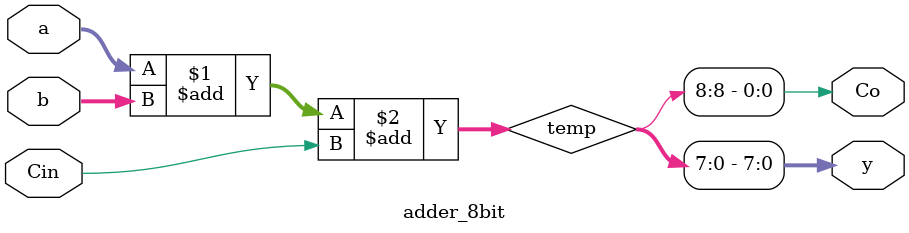
<source format=sv>
module adder_16bit(
    input  [15:0] a,
    input  [15:0] b,
    input         Cin,
    output [15:0] y,
    output        Co
);
    wire [7:0] sum0, sum1;
    wire c0, c1;

    // 8-bit adder instance for lower 8 bits
    adder_8bit adder0 (
        .a(a[7:0]),
        .b(b[7:0]),
        .Cin(Cin),
        .y(sum0),
        .Co(c0)
    );

    // 8-bit adder instance for upper 8 bits
    adder_8bit adder1 (
        .a(a[15:8]),
        .b(b[15:8]),
        .Cin(c0),
        .y(sum1),
        .Co(c1)
    );

    assign y = {sum1, sum0};
    assign Co = c1;

endmodule

module adder_8bit(
    input  [7:0] a,
    input  [7:0] b,
    input        Cin,
    output [7:0] y,
    output       Co
);
    wire [8:0] temp;

    assign temp = a + b + Cin;
    assign y = temp[7:0];
    assign Co = temp[8];

endmodule
</source>
